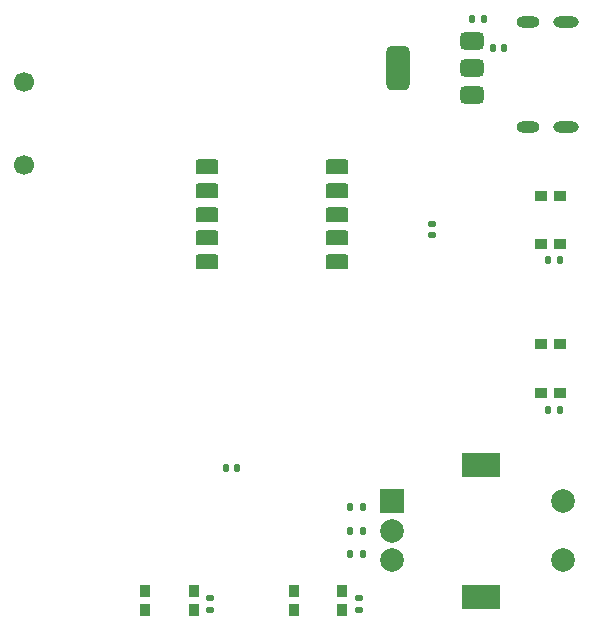
<source format=gbr>
%TF.GenerationSoftware,KiCad,Pcbnew,9.0.6*%
%TF.CreationDate,2025-12-31T21:00:04+02:00*%
%TF.ProjectId,MiPi,4d695069-2e6b-4696-9361-645f70636258,1.0*%
%TF.SameCoordinates,Original*%
%TF.FileFunction,Soldermask,Top*%
%TF.FilePolarity,Negative*%
%FSLAX46Y46*%
G04 Gerber Fmt 4.6, Leading zero omitted, Abs format (unit mm)*
G04 Created by KiCad (PCBNEW 9.0.6) date 2025-12-31 21:00:04*
%MOMM*%
%LPD*%
G01*
G04 APERTURE LIST*
G04 Aperture macros list*
%AMRoundRect*
0 Rectangle with rounded corners*
0 $1 Rounding radius*
0 $2 $3 $4 $5 $6 $7 $8 $9 X,Y pos of 4 corners*
0 Add a 4 corners polygon primitive as box body*
4,1,4,$2,$3,$4,$5,$6,$7,$8,$9,$2,$3,0*
0 Add four circle primitives for the rounded corners*
1,1,$1+$1,$2,$3*
1,1,$1+$1,$4,$5*
1,1,$1+$1,$6,$7*
1,1,$1+$1,$8,$9*
0 Add four rect primitives between the rounded corners*
20,1,$1+$1,$2,$3,$4,$5,0*
20,1,$1+$1,$4,$5,$6,$7,0*
20,1,$1+$1,$6,$7,$8,$9,0*
20,1,$1+$1,$8,$9,$2,$3,0*%
G04 Aperture macros list end*
%ADD10RoundRect,0.190500X0.762000X0.444500X-0.762000X0.444500X-0.762000X-0.444500X0.762000X-0.444500X0*%
%ADD11RoundRect,0.140000X-0.140000X-0.170000X0.140000X-0.170000X0.140000X0.170000X-0.140000X0.170000X0*%
%ADD12R,1.000000X0.900000*%
%ADD13R,0.900000X1.000000*%
%ADD14RoundRect,0.135000X0.135000X0.185000X-0.135000X0.185000X-0.135000X-0.185000X0.135000X-0.185000X0*%
%ADD15RoundRect,0.140000X0.170000X-0.140000X0.170000X0.140000X-0.170000X0.140000X-0.170000X-0.140000X0*%
%ADD16RoundRect,0.135000X-0.135000X-0.185000X0.135000X-0.185000X0.135000X0.185000X-0.135000X0.185000X0*%
%ADD17RoundRect,0.135000X0.185000X-0.135000X0.185000X0.135000X-0.185000X0.135000X-0.185000X-0.135000X0*%
%ADD18RoundRect,0.375000X0.625000X0.375000X-0.625000X0.375000X-0.625000X-0.375000X0.625000X-0.375000X0*%
%ADD19RoundRect,0.500000X0.500000X1.400000X-0.500000X1.400000X-0.500000X-1.400000X0.500000X-1.400000X0*%
%ADD20R,2.000000X2.000000*%
%ADD21C,2.000000*%
%ADD22R,3.200000X2.000000*%
%ADD23O,2.150000X0.950000*%
%ADD24O,1.950000X0.950000*%
%ADD25C,1.700000*%
G04 APERTURE END LIST*
D10*
%TO.C,U3*%
X106990000Y-79120000D03*
X106990000Y-77120000D03*
X106990000Y-75120000D03*
X106990000Y-73120000D03*
X106990000Y-71120000D03*
X95990000Y-71120000D03*
X95990000Y-73120000D03*
X95990000Y-75120000D03*
X95990000Y-77120000D03*
X95990000Y-79120000D03*
%TD*%
D11*
%TO.C,C39*%
X120200000Y-61050000D03*
X121160000Y-61050000D03*
%TD*%
D12*
%TO.C,SW6*%
X125850000Y-86100000D03*
X125850000Y-90200000D03*
X124250000Y-86100000D03*
X124250000Y-90200000D03*
%TD*%
D13*
%TO.C,SW5*%
X103350000Y-107000000D03*
X107450000Y-107000000D03*
X103350000Y-108600000D03*
X107450000Y-108600000D03*
%TD*%
D14*
%TO.C,R18*%
X109150000Y-99900000D03*
X108130000Y-99900000D03*
%TD*%
D15*
%TO.C,C11*%
X115010000Y-76880000D03*
X115010000Y-75920000D03*
%TD*%
D16*
%TO.C,R19*%
X124840000Y-78950000D03*
X125860000Y-78950000D03*
%TD*%
D14*
%TO.C,R17*%
X109150000Y-101890000D03*
X108130000Y-101890000D03*
%TD*%
D17*
%TO.C,R15*%
X96250000Y-108610000D03*
X96250000Y-107590000D03*
%TD*%
D18*
%TO.C,U6*%
X118450000Y-65000000D03*
X118450000Y-62700000D03*
D19*
X112150000Y-62700000D03*
D18*
X118450000Y-60400000D03*
%TD*%
D13*
%TO.C,SW4*%
X90750000Y-107000000D03*
X94850000Y-107000000D03*
X90750000Y-108600000D03*
X94850000Y-108600000D03*
%TD*%
D14*
%TO.C,R16*%
X109150000Y-103880000D03*
X108130000Y-103880000D03*
%TD*%
D20*
%TO.C,SW3*%
X111650000Y-99400000D03*
D21*
X111650000Y-104400000D03*
X111650000Y-101900000D03*
D22*
X119150000Y-96300000D03*
X119150000Y-107500000D03*
D21*
X126150000Y-104400000D03*
X126150000Y-99400000D03*
%TD*%
D17*
%TO.C,R14*%
X108850000Y-108600000D03*
X108850000Y-107580000D03*
%TD*%
D11*
%TO.C,C38*%
X118440000Y-58550000D03*
X119400000Y-58550000D03*
%TD*%
D12*
%TO.C,SW7*%
X125850000Y-73500000D03*
X125850000Y-77600000D03*
X124250000Y-73500000D03*
X124250000Y-77600000D03*
%TD*%
D11*
%TO.C,C23*%
X97550000Y-96560000D03*
X98510000Y-96560000D03*
%TD*%
D16*
%TO.C,R20*%
X124840000Y-91650000D03*
X125860000Y-91650000D03*
%TD*%
D23*
%TO.C,J3*%
X126375000Y-58800000D03*
D24*
X123175000Y-58800000D03*
D23*
X126375000Y-67700000D03*
D24*
X123175000Y-67700000D03*
%TD*%
D25*
%TO.C,J2*%
X80500000Y-70900000D03*
X80500000Y-63900000D03*
%TD*%
M02*

</source>
